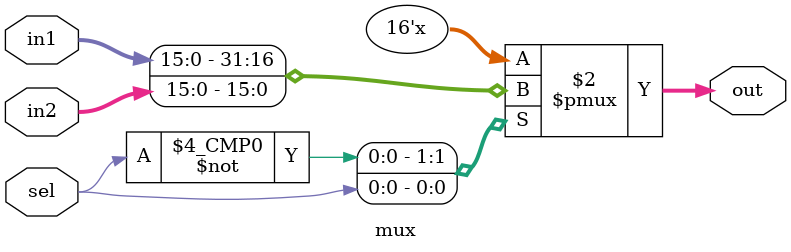
<source format=v>
module mux(in1, in2, out, sel);

    parameter WIDTH = 16;

    input [WIDTH-1:0] in1, in2;
    input sel;
    output reg [WIDTH-1:0] out;

    always@(*) begin
        case(sel)
            1'b0: out <= in1; // acu
            1'b1: out <= in2; // ldi
        endcase
    end
endmodule
</source>
